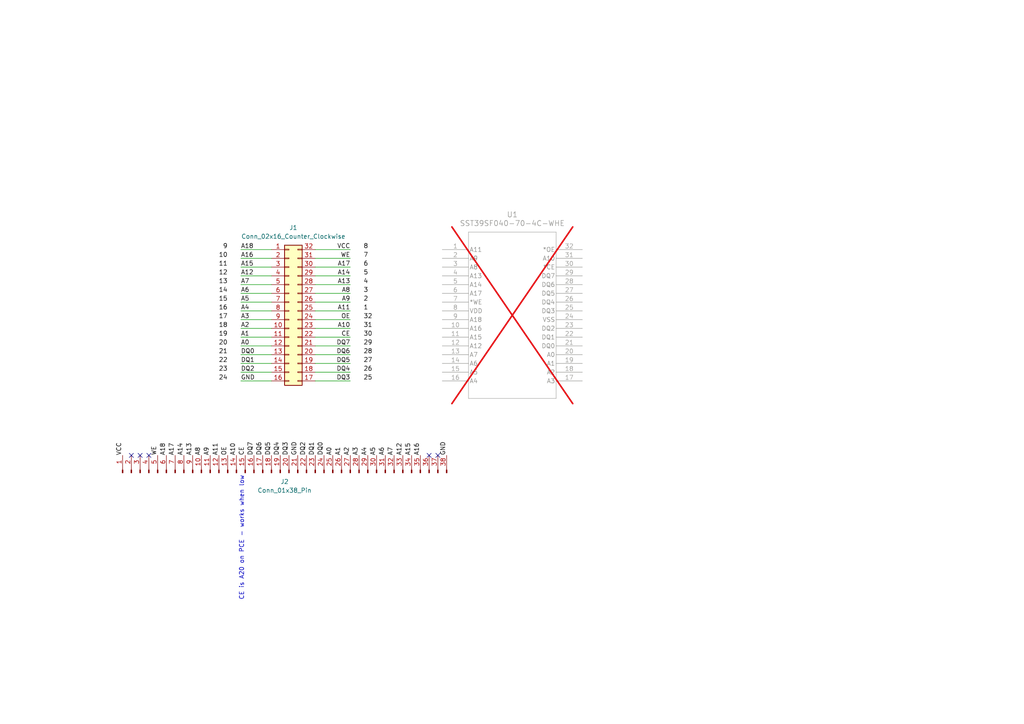
<source format=kicad_sch>
(kicad_sch (version 20231120) (generator "eeschema") (generator_version "8.0")
  (paper "A4")
  (lib_symbols
    (symbol "Connector:Conn_01x38_Pin" (pin_names (offset 1.016) hide)
      (property "Reference" "J" (at 0 48.26 0))
      (property "Value" "Conn_01x38_Pin" (at 0 -50.8 0))
      (symbol "Conn_01x38_Pin_1_1"
        (polyline (pts (xy 1.27 -48.26) (xy 0.8636 -48.26)) (stroke (width 0.1524)))
        (polyline (pts (xy 1.27 -45.72) (xy 0.8636 -45.72)) (stroke (width 0.1524)))
        (polyline (pts (xy 1.27 -43.18) (xy 0.8636 -43.18)) (stroke (width 0.1524)))
        (polyline (pts (xy 1.27 -40.64) (xy 0.8636 -40.64)) (stroke (width 0.1524)))
        (polyline (pts (xy 1.27 -38.1) (xy 0.8636 -38.1)) (stroke (width 0.1524)))
        (polyline (pts (xy 1.27 -35.56) (xy 0.8636 -35.56)) (stroke (width 0.1524)))
        (polyline (pts (xy 1.27 -33.02) (xy 0.8636 -33.02)) (stroke (width 0.1524)))
        (polyline (pts (xy 1.27 -30.48) (xy 0.8636 -30.48)) (stroke (width 0.1524)))
        (polyline (pts (xy 1.27 -27.94) (xy 0.8636 -27.94)) (stroke (width 0.1524)))
        (polyline (pts (xy 1.27 -25.4) (xy 0.8636 -25.4)) (stroke (width 0.1524)))
        (polyline (pts (xy 1.27 -22.86) (xy 0.8636 -22.86)) (stroke (width 0.1524)))
        (polyline (pts (xy 1.27 -20.32) (xy 0.8636 -20.32)) (stroke (width 0.1524)))
        (polyline (pts (xy 1.27 -17.78) (xy 0.8636 -17.78)) (stroke (width 0.1524)))
        (polyline (pts (xy 1.27 -15.24) (xy 0.8636 -15.24)) (stroke (width 0.1524)))
        (polyline (pts (xy 1.27 -12.7) (xy 0.8636 -12.7)) (stroke (width 0.1524)))
        (polyline (pts (xy 1.27 -10.16) (xy 0.8636 -10.16)) (stroke (width 0.1524)))
        (polyline (pts (xy 1.27 -7.62) (xy 0.8636 -7.62)) (stroke (width 0.1524)))
        (polyline (pts (xy 1.27 -5.08) (xy 0.8636 -5.08)) (stroke (width 0.1524)))
        (polyline (pts (xy 1.27 -2.54) (xy 0.8636 -2.54)) (stroke (width 0.1524)))
        (polyline (pts (xy 1.27 0) (xy 0.8636 0)) (stroke (width 0.1524)))
        (polyline (pts (xy 1.27 2.54) (xy 0.8636 2.54)) (stroke (width 0.1524)))
        (polyline (pts (xy 1.27 5.08) (xy 0.8636 5.08)) (stroke (width 0.1524)))
        (polyline (pts (xy 1.27 7.62) (xy 0.8636 7.62)) (stroke (width 0.1524)))
        (polyline (pts (xy 1.27 10.16) (xy 0.8636 10.16)) (stroke (width 0.1524)))
        (polyline (pts (xy 1.27 12.7) (xy 0.8636 12.7)) (stroke (width 0.1524)))
        (polyline (pts (xy 1.27 15.24) (xy 0.8636 15.24)) (stroke (width 0.1524)))
        (polyline (pts (xy 1.27 17.78) (xy 0.8636 17.78)) (stroke (width 0.1524)))
        (polyline (pts (xy 1.27 20.32) (xy 0.8636 20.32)) (stroke (width 0.1524)))
        (polyline (pts (xy 1.27 22.86) (xy 0.8636 22.86)) (stroke (width 0.1524)))
        (polyline (pts (xy 1.27 25.4) (xy 0.8636 25.4)) (stroke (width 0.1524)))
        (polyline (pts (xy 1.27 27.94) (xy 0.8636 27.94)) (stroke (width 0.1524)))
        (polyline (pts (xy 1.27 30.48) (xy 0.8636 30.48)) (stroke (width 0.1524)))
        (polyline (pts (xy 1.27 33.02) (xy 0.8636 33.02)) (stroke (width 0.1524)))
        (polyline (pts (xy 1.27 35.56) (xy 0.8636 35.56)) (stroke (width 0.1524)))
        (polyline (pts (xy 1.27 38.1) (xy 0.8636 38.1)) (stroke (width 0.1524)))
        (polyline (pts (xy 1.27 40.64) (xy 0.8636 40.64)) (stroke (width 0.1524)))
        (polyline (pts (xy 1.27 43.18) (xy 0.8636 43.18)) (stroke (width 0.1524)))
        (polyline (pts (xy 1.27 45.72) (xy 0.8636 45.72)) (stroke (width 0.1524)))
        (rectangle (start 0.8636 -48.133) (end 0 -48.387) (stroke (width 0.1524)) (fill (type outline)))
        (rectangle (start 0.8636 -45.593) (end 0 -45.847) (stroke (width 0.1524)) (fill (type outline)))
        (rectangle (start 0.8636 -43.053) (end 0 -43.307) (stroke (width 0.1524)) (fill (type outline)))
        (rectangle (start 0.8636 -40.513) (end 0 -40.767) (stroke (width 0.1524)) (fill (type outline)))
        (rectangle (start 0.8636 -37.973) (end 0 -38.227) (stroke (width 0.1524)) (fill (type outline)))
        (rectangle (start 0.8636 -35.433) (end 0 -35.687) (stroke (width 0.1524)) (fill (type outline)))
        (rectangle (start 0.8636 -32.893) (end 0 -33.147) (stroke (width 0.1524)) (fill (type outline)))
        (rectangle (start 0.8636 -30.353) (end 0 -30.607) (stroke (width 0.1524)) (fill (type outline)))
        (rectangle (start 0.8636 -27.813) (end 0 -28.067) (stroke (width 0.1524)) (fill (type outline)))
        (rectangle (start 0.8636 -25.273) (end 0 -25.527) (stroke (width 0.1524)) (fill (type outline)))
        (rectangle (start 0.8636 -22.733) (end 0 -22.987) (stroke (width 0.1524)) (fill (type outline)))
        (rectangle (start 0.8636 -20.193) (end 0 -20.447) (stroke (width 0.1524)) (fill (type outline)))
        (rectangle (start 0.8636 -17.653) (end 0 -17.907) (stroke (width 0.1524)) (fill (type outline)))
        (rectangle (start 0.8636 -15.113) (end 0 -15.367) (stroke (width 0.1524)) (fill (type outline)))
        (rectangle (start 0.8636 -12.573) (end 0 -12.827) (stroke (width 0.1524)) (fill (type outline)))
        (rectangle (start 0.8636 -10.033) (end 0 -10.287) (stroke (width 0.1524)) (fill (type outline)))
        (rectangle (start 0.8636 -7.493) (end 0 -7.747) (stroke (width 0.1524)) (fill (type outline)))
        (rectangle (start 0.8636 -4.953) (end 0 -5.207) (stroke (width 0.1524)) (fill (type outline)))
        (rectangle (start 0.8636 -2.413) (end 0 -2.667) (stroke (width 0.1524)) (fill (type outline)))
        (rectangle (start 0.8636 0.127) (end 0 -0.127) (stroke (width 0.1524)) (fill (type outline)))
        (rectangle (start 0.8636 2.667) (end 0 2.413) (stroke (width 0.1524)) (fill (type outline)))
        (rectangle (start 0.8636 5.207) (end 0 4.953) (stroke (width 0.1524)) (fill (type outline)))
        (rectangle (start 0.8636 7.747) (end 0 7.493) (stroke (width 0.1524)) (fill (type outline)))
        (rectangle (start 0.8636 10.287) (end 0 10.033) (stroke (width 0.1524)) (fill (type outline)))
        (rectangle (start 0.8636 12.827) (end 0 12.573) (stroke (width 0.1524)) (fill (type outline)))
        (rectangle (start 0.8636 15.367) (end 0 15.113) (stroke (width 0.1524)) (fill (type outline)))
        (rectangle (start 0.8636 17.907) (end 0 17.653) (stroke (width 0.1524)) (fill (type outline)))
        (rectangle (start 0.8636 20.447) (end 0 20.193) (stroke (width 0.1524)) (fill (type outline)))
        (rectangle (start 0.8636 22.987) (end 0 22.733) (stroke (width 0.1524)) (fill (type outline)))
        (rectangle (start 0.8636 25.527) (end 0 25.273) (stroke (width 0.1524)) (fill (type outline)))
        (rectangle (start 0.8636 28.067) (end 0 27.813) (stroke (width 0.1524)) (fill (type outline)))
        (rectangle (start 0.8636 30.607) (end 0 30.353) (stroke (width 0.1524)) (fill (type outline)))
        (rectangle (start 0.8636 33.147) (end 0 32.893) (stroke (width 0.1524)) (fill (type outline)))
        (rectangle (start 0.8636 35.687) (end 0 35.433) (stroke (width 0.1524)) (fill (type outline)))
        (rectangle (start 0.8636 38.227) (end 0 37.973) (stroke (width 0.1524)) (fill (type outline)))
        (rectangle (start 0.8636 40.767) (end 0 40.513) (stroke (width 0.1524)) (fill (type outline)))
        (rectangle (start 0.8636 43.307) (end 0 43.053) (stroke (width 0.1524)) (fill (type outline)))
        (rectangle (start 0.8636 45.847) (end 0 45.593) (stroke (width 0.1524)) (fill (type outline)))
        (pin passive line (at 5.08 45.72 180) (length 3.81) (name "Pin_1") (number "1"))
        (pin passive line (at 5.08 22.86 180) (length 3.81) (name "Pin_10") (number "10"))
        (pin passive line (at 5.08 20.32 180) (length 3.81) (name "Pin_11") (number "11"))
        (pin passive line (at 5.08 17.78 180) (length 3.81) (name "Pin_12") (number "12"))
        (pin passive line (at 5.08 15.24 180) (length 3.81) (name "Pin_13") (number "13"))
        (pin passive line (at 5.08 12.7 180) (length 3.81) (name "Pin_14") (number "14"))
        (pin passive line (at 5.08 10.16 180) (length 3.81) (name "Pin_15") (number "15"))
        (pin passive line (at 5.08 7.62 180) (length 3.81) (name "Pin_16") (number "16"))
        (pin passive line (at 5.08 5.08 180) (length 3.81) (name "Pin_17") (number "17"))
        (pin passive line (at 5.08 2.54 180) (length 3.81) (name "Pin_18") (number "18"))
        (pin passive line (at 5.08 0 180) (length 3.81) (name "Pin_19") (number "19"))
        (pin passive line (at 5.08 43.18 180) (length 3.81) (name "Pin_2") (number "2"))
        (pin passive line (at 5.08 -2.54 180) (length 3.81) (name "Pin_20") (number "20"))
        (pin passive line (at 5.08 -5.08 180) (length 3.81) (name "Pin_21") (number "21"))
        (pin passive line (at 5.08 -7.62 180) (length 3.81) (name "Pin_22") (number "22"))
        (pin passive line (at 5.08 -10.16 180) (length 3.81) (name "Pin_23") (number "23"))
        (pin passive line (at 5.08 -12.7 180) (length 3.81) (name "Pin_24") (number "24"))
        (pin passive line (at 5.08 -15.24 180) (length 3.81) (name "Pin_25") (number "25"))
        (pin passive line (at 5.08 -17.78 180) (length 3.81) (name "Pin_26") (number "26"))
        (pin passive line (at 5.08 -20.32 180) (length 3.81) (name "Pin_27") (number "27"))
        (pin passive line (at 5.08 -22.86 180) (length 3.81) (name "Pin_28") (number "28"))
        (pin passive line (at 5.08 -25.4 180) (length 3.81) (name "Pin_29") (number "29"))
        (pin passive line (at 5.08 40.64 180) (length 3.81) (name "Pin_3") (number "3"))
        (pin passive line (at 5.08 -27.94 180) (length 3.81) (name "Pin_30") (number "30"))
        (pin passive line (at 5.08 -30.48 180) (length 3.81) (name "Pin_31") (number "31"))
        (pin passive line (at 5.08 -33.02 180) (length 3.81) (name "Pin_32") (number "32"))
        (pin passive line (at 5.08 -35.56 180) (length 3.81) (name "Pin_33") (number "33"))
        (pin passive line (at 5.08 -38.1 180) (length 3.81) (name "Pin_34") (number "34"))
        (pin passive line (at 5.08 -40.64 180) (length 3.81) (name "Pin_35") (number "35"))
        (pin passive line (at 5.08 -43.18 180) (length 3.81) (name "Pin_36") (number "36"))
        (pin passive line (at 5.08 -45.72 180) (length 3.81) (name "Pin_37") (number "37"))
        (pin passive line (at 5.08 -48.26 180) (length 3.81) (name "Pin_38") (number "38"))
        (pin passive line (at 5.08 38.1 180) (length 3.81) (name "Pin_4") (number "4"))
        (pin passive line (at 5.08 35.56 180) (length 3.81) (name "Pin_5") (number "5"))
        (pin passive line (at 5.08 33.02 180) (length 3.81) (name "Pin_6") (number "6"))
        (pin passive line (at 5.08 30.48 180) (length 3.81) (name "Pin_7") (number "7"))
        (pin passive line (at 5.08 27.94 180) (length 3.81) (name "Pin_8") (number "8"))
        (pin passive line (at 5.08 25.4 180) (length 3.81) (name "Pin_9") (number "9"))
      )
    )
    (symbol "Connector_Generic:Conn_02x16_Counter_Clockwise" (pin_names (offset 1.016) hide)
      (property "Reference" "J" (at 1.27 20.32 0))
      (property "Value" "Conn_02x16_Counter_Clockwise" (at 1.27 -22.86 0))
      (symbol "Conn_02x16_Counter_Clockwise_1_1"
        (rectangle (start -1.27 -20.193) (end 0 -20.447) (stroke (width 0.1524)))
        (rectangle (start -1.27 -17.653) (end 0 -17.907) (stroke (width 0.1524)))
        (rectangle (start -1.27 -15.113) (end 0 -15.367) (stroke (width 0.1524)))
        (rectangle (start -1.27 -12.573) (end 0 -12.827) (stroke (width 0.1524)))
        (rectangle (start -1.27 -10.033) (end 0 -10.287) (stroke (width 0.1524)))
        (rectangle (start -1.27 -7.493) (end 0 -7.747) (stroke (width 0.1524)))
        (rectangle (start -1.27 -4.953) (end 0 -5.207) (stroke (width 0.1524)))
        (rectangle (start -1.27 -2.413) (end 0 -2.667) (stroke (width 0.1524)))
        (rectangle (start -1.27 0.127) (end 0 -0.127) (stroke (width 0.1524)))
        (rectangle (start -1.27 2.667) (end 0 2.413) (stroke (width 0.1524)))
        (rectangle (start -1.27 5.207) (end 0 4.953) (stroke (width 0.1524)))
        (rectangle (start -1.27 7.747) (end 0 7.493) (stroke (width 0.1524)))
        (rectangle (start -1.27 10.287) (end 0 10.033) (stroke (width 0.1524)))
        (rectangle (start -1.27 12.827) (end 0 12.573) (stroke (width 0.1524)))
        (rectangle (start -1.27 15.367) (end 0 15.113) (stroke (width 0.1524)))
        (rectangle (start -1.27 17.907) (end 0 17.653) (stroke (width 0.1524)))
        (rectangle (start -1.27 19.05) (end 3.81 -21.59) (stroke (width 0.254)) (fill (type background)))
        (rectangle (start 3.81 -20.193) (end 2.54 -20.447) (stroke (width 0.1524)))
        (rectangle (start 3.81 -17.653) (end 2.54 -17.907) (stroke (width 0.1524)))
        (rectangle (start 3.81 -15.113) (end 2.54 -15.367) (stroke (width 0.1524)))
        (rectangle (start 3.81 -12.573) (end 2.54 -12.827) (stroke (width 0.1524)))
        (rectangle (start 3.81 -10.033) (end 2.54 -10.287) (stroke (width 0.1524)))
        (rectangle (start 3.81 -7.493) (end 2.54 -7.747) (stroke (width 0.1524)))
        (rectangle (start 3.81 -4.953) (end 2.54 -5.207) (stroke (width 0.1524)))
        (rectangle (start 3.81 -2.413) (end 2.54 -2.667) (stroke (width 0.1524)))
        (rectangle (start 3.81 0.127) (end 2.54 -0.127) (stroke (width 0.1524)))
        (rectangle (start 3.81 2.667) (end 2.54 2.413) (stroke (width 0.1524)))
        (rectangle (start 3.81 5.207) (end 2.54 4.953) (stroke (width 0.1524)))
        (rectangle (start 3.81 7.747) (end 2.54 7.493) (stroke (width 0.1524)))
        (rectangle (start 3.81 10.287) (end 2.54 10.033) (stroke (width 0.1524)))
        (rectangle (start 3.81 12.827) (end 2.54 12.573) (stroke (width 0.1524)))
        (rectangle (start 3.81 15.367) (end 2.54 15.113) (stroke (width 0.1524)))
        (rectangle (start 3.81 17.907) (end 2.54 17.653) (stroke (width 0.1524)))
        (pin passive line (at -5.08 17.78 0) (length 3.81) (name "Pin_1") (number "1"))
        (pin passive line (at -5.08 -5.08 0) (length 3.81) (name "Pin_10") (number "10"))
        (pin passive line (at -5.08 -7.62 0) (length 3.81) (name "Pin_11") (number "11"))
        (pin passive line (at -5.08 -10.16 0) (length 3.81) (name "Pin_12") (number "12"))
        (pin passive line (at -5.08 -12.7 0) (length 3.81) (name "Pin_13") (number "13"))
        (pin passive line (at -5.08 -15.24 0) (length 3.81) (name "Pin_14") (number "14"))
        (pin passive line (at -5.08 -17.78 0) (length 3.81) (name "Pin_15") (number "15"))
        (pin passive line (at -5.08 -20.32 0) (length 3.81) (name "Pin_16") (number "16"))
        (pin passive line (at 7.62 -20.32 180) (length 3.81) (name "Pin_17") (number "17"))
        (pin passive line (at 7.62 -17.78 180) (length 3.81) (name "Pin_18") (number "18"))
        (pin passive line (at 7.62 -15.24 180) (length 3.81) (name "Pin_19") (number "19"))
        (pin passive line (at -5.08 15.24 0) (length 3.81) (name "Pin_2") (number "2"))
        (pin passive line (at 7.62 -12.7 180) (length 3.81) (name "Pin_20") (number "20"))
        (pin passive line (at 7.62 -10.16 180) (length 3.81) (name "Pin_21") (number "21"))
        (pin passive line (at 7.62 -7.62 180) (length 3.81) (name "Pin_22") (number "22"))
        (pin passive line (at 7.62 -5.08 180) (length 3.81) (name "Pin_23") (number "23"))
        (pin passive line (at 7.62 -2.54 180) (length 3.81) (name "Pin_24") (number "24"))
        (pin passive line (at 7.62 0 180) (length 3.81) (name "Pin_25") (number "25"))
        (pin passive line (at 7.62 2.54 180) (length 3.81) (name "Pin_26") (number "26"))
        (pin passive line (at 7.62 5.08 180) (length 3.81) (name "Pin_27") (number "27"))
        (pin passive line (at 7.62 7.62 180) (length 3.81) (name "Pin_28") (number "28"))
        (pin passive line (at 7.62 10.16 180) (length 3.81) (name "Pin_29") (number "29"))
        (pin passive line (at -5.08 12.7 0) (length 3.81) (name "Pin_3") (number "3"))
        (pin passive line (at 7.62 12.7 180) (length 3.81) (name "Pin_30") (number "30"))
        (pin passive line (at 7.62 15.24 180) (length 3.81) (name "Pin_31") (number "31"))
        (pin passive line (at 7.62 17.78 180) (length 3.81) (name "Pin_32") (number "32"))
        (pin passive line (at -5.08 10.16 0) (length 3.81) (name "Pin_4") (number "4"))
        (pin passive line (at -5.08 7.62 0) (length 3.81) (name "Pin_5") (number "5"))
        (pin passive line (at -5.08 5.08 0) (length 3.81) (name "Pin_6") (number "6"))
        (pin passive line (at -5.08 2.54 0) (length 3.81) (name "Pin_7") (number "7"))
        (pin passive line (at -5.08 0 0) (length 3.81) (name "Pin_8") (number "8"))
        (pin passive line (at -5.08 -2.54 0) (length 3.81) (name "Pin_9") (number "9"))
      )
    )
    (symbol "HUC_SST:SST39SF040-70-4C-WHE" (pin_names (offset 0.254))
      (property "Reference" "U" (at 20.32 10.16 0))
      (property "Value" "SST39SF040-70-4C-WHE" (at 20.32 7.62 0))
      (symbol "SST39SF040-70-4C-WHE_1_1"
        (polyline (pts (xy 7.62 -43.18) (xy 33.02 -43.18)) (stroke (width 0.127)))
        (polyline (pts (xy 7.62 5.08) (xy 7.62 -43.18)) (stroke (width 0.127)))
        (polyline (pts (xy 33.02 -43.18) (xy 33.02 5.08)) (stroke (width 0.127)))
        (polyline (pts (xy 33.02 5.08) (xy 7.62 5.08)) (stroke (width 0.127)))
        (pin input line (at 0 0 0) (length 7.62) (name "A11") (number "1"))
        (pin input line (at 0 -22.86 0) (length 7.62) (name "A16") (number "10"))
        (pin input line (at 0 -25.4 0) (length 7.62) (name "A15") (number "11"))
        (pin input line (at 0 -27.94 0) (length 7.62) (name "A12") (number "12"))
        (pin input line (at 0 -30.48 0) (length 7.62) (name "A7") (number "13"))
        (pin input line (at 0 -33.02 0) (length 7.62) (name "A6") (number "14"))
        (pin input line (at 0 -35.56 0) (length 7.62) (name "A5") (number "15"))
        (pin input line (at 0 -38.1 0) (length 7.62) (name "A4") (number "16"))
        (pin input line (at 40.64 -38.1 180) (length 7.62) (name "A3") (number "17"))
        (pin input line (at 40.64 -35.56 180) (length 7.62) (name "A2") (number "18"))
        (pin input line (at 40.64 -33.02 180) (length 7.62) (name "A1") (number "19"))
        (pin input line (at 0 -2.54 0) (length 7.62) (name "A9") (number "2"))
        (pin input line (at 40.64 -30.48 180) (length 7.62) (name "A0") (number "20"))
        (pin bidirectional line (at 40.64 -27.94 180) (length 7.62) (name "DQ0") (number "21"))
        (pin bidirectional line (at 40.64 -25.4 180) (length 7.62) (name "DQ1") (number "22"))
        (pin bidirectional line (at 40.64 -22.86 180) (length 7.62) (name "DQ2") (number "23"))
        (pin power_in line (at 40.64 -20.32 180) (length 7.62) (name "VSS") (number "24"))
        (pin bidirectional line (at 40.64 -17.78 180) (length 7.62) (name "DQ3") (number "25"))
        (pin bidirectional line (at 40.64 -15.24 180) (length 7.62) (name "DQ4") (number "26"))
        (pin bidirectional line (at 40.64 -12.7 180) (length 7.62) (name "DQ5") (number "27"))
        (pin bidirectional line (at 40.64 -10.16 180) (length 7.62) (name "DQ6") (number "28"))
        (pin bidirectional line (at 40.64 -7.62 180) (length 7.62) (name "DQ7") (number "29"))
        (pin input line (at 0 -5.08 0) (length 7.62) (name "A8") (number "3"))
        (pin unspecified line (at 40.64 -5.08 180) (length 7.62) (name "*CE") (number "30"))
        (pin input line (at 40.64 -2.54 180) (length 7.62) (name "A10") (number "31"))
        (pin output line (at 40.64 0 180) (length 7.62) (name "*OE") (number "32"))
        (pin input line (at 0 -7.62 0) (length 7.62) (name "A13") (number "4"))
        (pin input line (at 0 -10.16 0) (length 7.62) (name "A14") (number "5"))
        (pin input line (at 0 -12.7 0) (length 7.62) (name "A17") (number "6"))
        (pin unspecified line (at 0 -15.24 0) (length 7.62) (name "*WE") (number "7"))
        (pin power_in line (at 0 -17.78 0) (length 7.62) (name "VDD") (number "8"))
        (pin input line (at 0 -20.32 0) (length 7.62) (name "A18") (number "9"))
      )
    )
  )
  (no_connect (at 127 132.08))
  (no_connect (at 124.46 132.08))
  (no_connect (at 43.18 132.08))
  (no_connect (at 38.1 132.08))
  (no_connect (at 40.64 132.08))
  (wire (pts (xy 91.44 105.41) (xy 101.6 105.41)))
  (wire (pts (xy 69.85 110.49) (xy 78.74 110.49)))
  (wire (pts (xy 91.44 95.25) (xy 101.6 95.25)))
  (wire (pts (xy 91.44 100.33) (xy 101.6 100.33)))
  (wire (pts (xy 69.85 72.39) (xy 78.74 72.39)))
  (wire (pts (xy 69.85 95.25) (xy 78.74 95.25)))
  (wire (pts (xy 91.44 87.63) (xy 101.6 87.63)))
  (wire (pts (xy 69.85 85.09) (xy 78.74 85.09)))
  (wire (pts (xy 91.44 80.01) (xy 101.6 80.01)))
  (wire (pts (xy 69.85 97.79) (xy 78.74 97.79)))
  (wire (pts (xy 69.85 102.87) (xy 78.74 102.87)))
  (wire (pts (xy 69.85 105.41) (xy 78.74 105.41)))
  (wire (pts (xy 91.44 82.55) (xy 101.6 82.55)))
  (wire (pts (xy 69.85 87.63) (xy 78.74 87.63)))
  (wire (pts (xy 91.44 74.93) (xy 101.6 74.93)))
  (wire (pts (xy 91.44 72.39) (xy 101.6 72.39)))
  (wire (pts (xy 69.85 74.93) (xy 78.74 74.93)))
  (wire (pts (xy 91.44 77.47) (xy 101.6 77.47)))
  (wire (pts (xy 69.85 92.71) (xy 78.74 92.71)))
  (wire (pts (xy 91.44 90.17) (xy 101.6 90.17)))
  (wire (pts (xy 69.85 77.47) (xy 78.74 77.47)))
  (wire (pts (xy 69.85 107.95) (xy 78.74 107.95)))
  (wire (pts (xy 91.44 85.09) (xy 101.6 85.09)))
  (wire (pts (xy 91.44 92.71) (xy 101.6 92.71)))
  (wire (pts (xy 91.44 97.79) (xy 101.6 97.79)))
  (wire (pts (xy 69.85 90.17) (xy 78.74 90.17)))
  (wire (pts (xy 91.44 102.87) (xy 101.6 102.87)))
  (wire (pts (xy 91.44 107.95) (xy 101.6 107.95)))
  (wire (pts (xy 69.85 82.55) (xy 78.74 82.55)))
  (wire (pts (xy 91.44 110.49) (xy 101.6 110.49)))
  (wire (pts (xy 69.85 80.01) (xy 78.74 80.01)))
  (wire (pts (xy 69.85 100.33) (xy 78.74 100.33)))
  (text "CE is A20 on PCE - works when low" (at 70.104 137.922 90) (effects (font (size 1.27 1.27)) (justify right)))
  (label "A12" (at 69.85 80.01 0))
  (label "1" (at 105.41 90.17 0))
  (label "14" (at 66.04 85.09 180))
  (label "DQ7" (at 73.66 132.08 90))
  (label "A8" (at 58.42 132.08 90))
  (label "20" (at 66.04 100.33 180))
  (label "A18" (at 69.85 72.39 0))
  (label "DQ0" (at 69.85 102.87 0))
  (label "A11" (at 63.5 132.08 90))
  (label "28" (at 105.41 102.87 0))
  (label "19" (at 66.04 97.79 180))
  (label "A1" (at 69.85 97.79 0))
  (label "CE" (at 101.6 97.79 180))
  (label "A5" (at 69.85 87.63 0))
  (label "A13" (at 55.88 132.08 90))
  (label "VCC" (at 35.56 132.08 90))
  (label "WE" (at 45.72 132.08 90))
  (label "A3" (at 69.85 92.71 0))
  (label "26" (at 105.41 107.95 0))
  (label "5" (at 105.41 80.01 0))
  (label "A9" (at 60.96 132.08 90))
  (label "22" (at 66.04 105.41 180))
  (label "A7" (at 114.3 132.08 90))
  (label "A12" (at 116.84 132.08 90))
  (label "11" (at 66.04 77.47 180))
  (label "DQ6" (at 101.6 102.87 180))
  (label "DQ3" (at 83.82 132.08 90))
  (label "A6" (at 69.85 85.09 0))
  (label "A4" (at 69.85 90.17 0))
  (label "OE" (at 101.6 92.71 180))
  (label "A14" (at 101.6 80.01 180))
  (label "WE" (at 101.6 74.93 180))
  (label "A2" (at 69.85 95.25 0))
  (label "A15" (at 69.85 77.47 0))
  (label "A18" (at 48.26 132.08 90))
  (label "3" (at 105.41 85.09 0))
  (label "32" (at 105.41 92.71 0))
  (label "23" (at 66.04 107.95 180))
  (label "2" (at 105.41 87.63 0))
  (label "6" (at 105.41 77.47 0))
  (label "A4" (at 106.68 132.08 90))
  (label "A10" (at 68.58 132.08 90))
  (label "A16" (at 69.85 74.93 0))
  (label "A13" (at 101.6 82.55 180))
  (label "25" (at 105.41 110.49 0))
  (label "A14" (at 53.34 132.08 90))
  (label "DQ1" (at 91.44 132.08 90))
  (label "A10" (at 101.6 95.25 180))
  (label "4" (at 105.41 82.55 0))
  (label "DQ6" (at 76.2 132.08 90))
  (label "A3" (at 104.14 132.08 90))
  (label "DQ4" (at 81.28 132.08 90))
  (label "DQ2" (at 88.9 132.08 90))
  (label "17" (at 66.04 92.71 180))
  (label "A17" (at 101.6 77.47 180))
  (label "A0" (at 69.85 100.33 0))
  (label "12" (at 66.04 80.01 180))
  (label "30" (at 105.41 97.79 0))
  (label "A7" (at 69.85 82.55 0))
  (label "A16" (at 121.92 132.08 90))
  (label "OE" (at 66.04 132.08 90))
  (label "A5" (at 109.22 132.08 90))
  (label "31" (at 105.41 95.25 0))
  (label "A9" (at 101.6 87.63 180))
  (label "DQ4" (at 101.6 107.95 180))
  (label "DQ5" (at 78.74 132.08 90))
  (label "GND" (at 69.85 110.49 0))
  (label "VCC" (at 101.6 72.39 180))
  (label "A0" (at 96.52 132.08 90))
  (label "CE" (at 71.12 132.08 90))
  (label "A6" (at 111.76 132.08 90))
  (label "A11" (at 101.6 90.17 180))
  (label "DQ0" (at 93.98 132.08 90))
  (label "7" (at 105.41 74.93 0))
  (label "10" (at 66.04 74.93 180))
  (label "13" (at 66.04 82.55 180))
  (label "15" (at 66.04 87.63 180))
  (label "A2" (at 101.6 132.08 90))
  (label "DQ1" (at 69.85 105.41 0))
  (label "DQ3" (at 101.6 110.49 180))
  (label "GND" (at 129.54 132.08 90))
  (label "24" (at 66.04 110.49 180))
  (label "DQ2" (at 69.85 107.95 0))
  (label "A8" (at 101.6 85.09 180))
  (label "DQ5" (at 101.6 105.41 180))
  (label "DQ7" (at 101.6 100.33 180))
  (label "27" (at 105.41 105.41 0))
  (label "A1" (at 99.06 132.08 90))
  (label "16" (at 66.04 90.17 180))
  (label "8" (at 105.41 72.39 0))
  (label "9" (at 66.04 72.39 180))
  (label "18" (at 66.04 95.25 180))
  (label "29" (at 105.41 100.33 0))
  (label "A15" (at 119.38 132.08 90))
  (label "GND" (at 86.36 132.08 90))
  (label "A17" (at 50.8 132.08 90))
  (label "21" (at 66.04 102.87 180))
  (symbol (lib_id "HUC_SST:SST39SF040-70-4C-WHE") (at 128.27 72.39 0) (unit 1) (exclude_from_sim yes) (in_bom no) (on_board no) (dnp yes)
    (property "Reference" "U1" (at 148.59 62.23 0) (effects (font (size 1.524 1.524))))
    (property "Value" "SST39SF040-70-4C-WHE" (at 148.59 64.77 0) (effects (font (size 1.524 1.524))))
    (property "Footprint" "TSOP32_WH_SST_MCH" (effects (hide yes)))
    (property "Datasheet" "SST39SF040-70-4C-WHE" (effects (hide yes)))
  )
  (symbol (lib_id "Connector_Generic:Conn_02x16_Counter_Clockwise") (at 83.82 90.17 0) (unit 1)
    (property "Reference" "J1" (at 85.09 66.04 0))
    (property "Value" "Conn_02x16_Counter_Clockwise" (at 85.09 68.58 0))
    (property "Footprint" "HUC_Connector:HUC_TL866_DIP" (effects (hide yes)))
    (property "Description" "Generic connector, double row, 02x16, counter clockwise pin numbering scheme (similar to DIP package numbering), script generated (kicad-library-utils/schlib/autogen/connector/)" (effects (hide yes)))
  )
  (symbol (lib_id "Connector:Conn_01x38_Pin") (at 81.28 137.16 90) (unit 1)
    (property "Reference" "J2" (at 82.55 139.7 90))
    (property "Value" "Conn_01x38_Pin" (at 82.55 142.24 90))
    (property "Footprint" "HUC_Connector:HUC_Connector_JTStudio" (effects (hide yes)))
    (property "Description" "Generic connector, single row, 01x38, script generated" (effects (hide yes)))
  )
)
</source>
